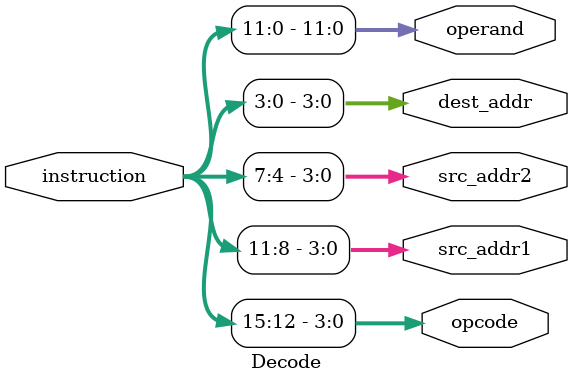
<source format=v>
module Decode(
    input [15:0] instruction,
    output reg [3:0] opcode,
    output reg [3:0] src_addr1,
    output reg [3:0] src_addr2,
    output reg [3:0] dest_addr,
    output reg [11:0] operand
);
    always @(*) begin
        opcode = instruction[15:12];
        src_addr1 = instruction[11:8];
        src_addr2 = instruction[7:4];
        dest_addr = instruction[3:0];
        operand = instruction[11:0];
    end
endmodule

</source>
